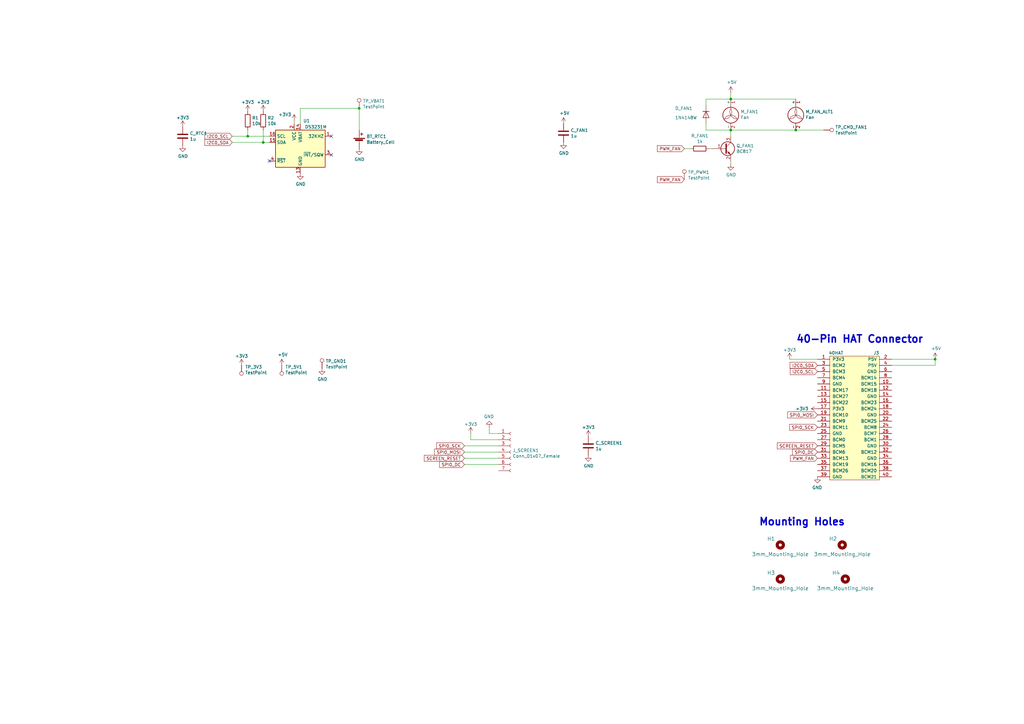
<source format=kicad_sch>
(kicad_sch (version 20211123) (generator eeschema)
  (paper "A3")
  (title_block (title "PiRogue RPi hat") (rev "v1.0 beta") (company "PiRogue Tool Suite"))
  (lib_symbols
    (symbol "Connector:Conn_01x07_Female" (pin_names (offset 1.016) hide)
      (property "Reference" "J" (at 0 10.16 0))
      (property "Value" "Connector_Conn_01x07_Female" (at 0 -10.16 0))
      (symbol "Conn_01x07_Female_1_1"
        (arc (start 0 -7.112) (mid -0.508 -7.62) (end 0 -8.128) (stroke (width 0.1524)))
        (arc (start 0 -4.572) (mid -0.508 -5.08) (end 0 -5.588) (stroke (width 0.1524)))
        (arc (start 0 -2.032) (mid -0.508 -2.54) (end 0 -3.048) (stroke (width 0.1524)))
        (polyline (pts (xy -1.27 -7.62) (xy -0.508 -7.62)) (stroke (width 0.1524)))
        (polyline (pts (xy -1.27 -5.08) (xy -0.508 -5.08)) (stroke (width 0.1524)))
        (polyline (pts (xy -1.27 -2.54) (xy -0.508 -2.54)) (stroke (width 0.1524)))
        (polyline (pts (xy -1.27 0) (xy -0.508 0)) (stroke (width 0.1524)))
        (polyline (pts (xy -1.27 2.54) (xy -0.508 2.54)) (stroke (width 0.1524)))
        (polyline (pts (xy -1.27 5.08) (xy -0.508 5.08)) (stroke (width 0.1524)))
        (polyline (pts (xy -1.27 7.62) (xy -0.508 7.62)) (stroke (width 0.1524)))
        (arc (start 0 0.508) (mid -0.508 0) (end 0 -0.508) (stroke (width 0.1524)))
        (arc (start 0 3.048) (mid -0.508 2.54) (end 0 2.032) (stroke (width 0.1524)))
        (arc (start 0 5.588) (mid -0.508 5.08) (end 0 4.572) (stroke (width 0.1524)))
        (arc (start 0 8.128) (mid -0.508 7.62) (end 0 7.112) (stroke (width 0.1524)))
        (pin passive line (at -5.08 7.62 0) (length 3.81) (name "Pin_1") (number "1"))
        (pin passive line (at -5.08 5.08 0) (length 3.81) (name "Pin_2") (number "2"))
        (pin passive line (at -5.08 2.54 0) (length 3.81) (name "Pin_3") (number "3"))
        (pin passive line (at -5.08 0 0) (length 3.81) (name "Pin_4") (number "4"))
        (pin passive line (at -5.08 -2.54 0) (length 3.81) (name "Pin_5") (number "5"))
        (pin passive line (at -5.08 -5.08 0) (length 3.81) (name "Pin_6") (number "6"))
        (pin passive line (at -5.08 -7.62 0) (length 3.81) (name "Pin_7") (number "7"))
      )
    )
    (symbol "Connector:TestPoint" (pin_numbers hide) (pin_names (offset 0.762) hide)
      (property "Reference" "TP" (at 0 6.858 0))
      (property "Value" "Connector_TestPoint" (at 0 5.08 0))
      (symbol "TestPoint_0_1"
        (circle (center 0 3.302) (radius 0.762))
      )
      (symbol "TestPoint_1_1"
        (pin passive line (at 0 0 90) (length 2.54) (name "1") (number "1"))
      )
    )
    (symbol "Device:Battery_Cell" (pin_numbers hide) (pin_names (offset 0) hide)
      (property "Reference" "BT" (at 2.54 2.54 0))
      (property "Value" "Device_Battery_Cell" (at 2.54 0 0))
      (symbol "Battery_Cell_0_1"
        (rectangle (start -2.286 1.778) (end 2.286 1.524) (fill (type outline)))
        (rectangle (start -1.5748 1.1938) (end 1.4732 0.6858) (fill (type outline)))
        (polyline (pts (xy 0 0.762) (xy 0 0)))
        (polyline (pts (xy 0 1.778) (xy 0 2.54)))
        (polyline (pts (xy 0.508 3.429) (xy 1.524 3.429)) (stroke (width 0.254)))
        (polyline (pts (xy 1.016 3.937) (xy 1.016 2.921)) (stroke (width 0.254)))
      )
      (symbol "Battery_Cell_1_1"
        (pin passive line (at 0 5.08 270) (length 2.54) (name "+") (number "1"))
        (pin passive line (at 0 -2.54 90) (length 2.54) (name "-") (number "2"))
      )
    )
    (symbol "Device:C" (pin_numbers hide) (pin_names (offset 0.254))
      (property "Reference" "C" (at 0.635 2.54 0))
      (property "Value" "Device_C" (at 0.635 -2.54 0))
      (symbol "C_0_1"
        (polyline (pts (xy -2.032 -0.762) (xy 2.032 -0.762)) (stroke (width 0.508)))
        (polyline (pts (xy -2.032 0.762) (xy 2.032 0.762)) (stroke (width 0.508)))
      )
      (symbol "C_1_1"
        (pin passive line (at 0 3.81 270) (length 2.794) (name "~") (number "1"))
        (pin passive line (at 0 -3.81 90) (length 2.794) (name "~") (number "2"))
      )
    )
    (symbol "Device:R" (pin_numbers hide) (pin_names (offset 0))
      (property "Reference" "R" (at 2.032 0 90))
      (property "Value" "Device_R" (at 0 0 90))
      (symbol "R_0_1"
        (rectangle (start -1.016 -2.54) (end 1.016 2.54) (stroke (width 0.254)))
      )
      (symbol "R_1_1"
        (pin passive line (at 0 3.81 270) (length 1.27) (name "~") (number "1"))
        (pin passive line (at 0 -3.81 90) (length 1.27) (name "~") (number "2"))
      )
    )
    (symbol "Diode:1N4148W" (pin_numbers hide) (pin_names (offset 1.016) hide)
      (property "Reference" "D" (at 0 2.54 0))
      (property "Value" "Diode_1N4148W" (at 0 -2.54 0))
      (symbol "1N4148W_0_1"
        (polyline (pts (xy -1.27 1.27) (xy -1.27 -1.27)) (stroke (width 0.254)))
        (polyline (pts (xy 1.27 0) (xy -1.27 0)))
        (polyline (pts (xy 1.27 1.27) (xy 1.27 -1.27) (xy -1.27 0) (xy 1.27 1.27)) (stroke (width 0.2032)))
      )
      (symbol "1N4148W_1_1"
        (pin passive line (at -3.81 0 0) (length 2.54) (name "K") (number "1"))
        (pin passive line (at 3.81 0 180) (length 2.54) (name "A") (number "2"))
      )
    )
    (symbol "Mechanical:MountingHole" (pin_names (offset 1.016))
      (property "Reference" "H" (at 0 5.08 0))
      (property "Value" "Mechanical_MountingHole" (at 0 3.175 0))
      (symbol "MountingHole_0_1"
        (circle (center 0 0) (radius 1.27) (stroke (width 1.27)))
      )
    )
    (symbol "Motor:Fan" (pin_names (offset 0))
      (property "Reference" "M" (at 2.54 5.08 0))
      (property "Value" "Motor_Fan" (at 2.54 -2.54 0))
      (symbol "Fan_0_1"
        (arc (start -2.54 -0.508) (mid -0.0014 0.9048) (end 0 3.81))
        (polyline (pts (xy 0 -5.08) (xy 0 -4.572)))
        (polyline (pts (xy 0 -2.2352) (xy 0 -2.6416)))
        (polyline (pts (xy 0 4.2672) (xy 0 4.6228)))
        (polyline (pts (xy 0 4.572) (xy 0 5.08)))
        (circle (center 0 1.016) (radius 3.2512) (stroke (width 0.254)))
        (arc (start 0 3.81) (mid 0.0468 0.9315) (end 2.54 -0.508))
        (arc (start 2.54 -0.508) (mid 0 1.0618) (end -2.54 -0.508))
      )
      (symbol "Fan_1_1"
        (pin passive line (at 0 7.62 270) (length 2.54) (name "+") (number "1"))
        (pin passive line (at 0 -5.08 90) (length 2.54) (name "-") (number "2"))
      )
    )
    (symbol "Timer_RTC:DS3231M"
      (property "Reference" "U" (at -7.62 8.89 0))
      (property "Value" "Timer_RTC_DS3231M" (at 10.16 8.89 0))
      (symbol "DS3231M_0_1"
        (rectangle (start -10.16 7.62) (end 10.16 -7.62) (stroke (width 0.254)) (fill (type background)))
      )
      (symbol "DS3231M_1_1"
        (pin open_collector line (at 12.7 5.08 180) (length 2.54) (name "32KHZ") (number "1"))
        (pin passive line (at 0 -10.16 90) (length 2.54) hide (name "GND") (number "10"))
        (pin passive line (at 0 -10.16 90) (length 2.54) hide (name "GND") (number "11"))
        (pin passive line (at 0 -10.16 90) (length 2.54) hide (name "GND") (number "12"))
        (pin power_in line (at 0 -10.16 90) (length 2.54) (name "GND") (number "13"))
        (pin power_in line (at 0 10.16 270) (length 2.54) (name "VBAT") (number "14"))
        (pin bidirectional line (at -12.7 2.54 0) (length 2.54) (name "SDA") (number "15"))
        (pin input line (at -12.7 5.08 0) (length 2.54) (name "SCL") (number "16"))
        (pin power_in line (at -2.54 10.16 270) (length 2.54) (name "VCC") (number "2"))
        (pin open_collector line (at 12.7 -2.54 180) (length 2.54) (name "~{INT}/SQW") (number "3"))
        (pin bidirectional line (at -12.7 -5.08 0) (length 2.54) (name "~{RST}") (number "4"))
        (pin passive line (at 0 -10.16 90) (length 2.54) hide (name "GND") (number "5"))
        (pin passive line (at 0 -10.16 90) (length 2.54) hide (name "GND") (number "6"))
        (pin passive line (at 0 -10.16 90) (length 2.54) hide (name "GND") (number "7"))
        (pin passive line (at 0 -10.16 90) (length 2.54) hide (name "GND") (number "8"))
        (pin passive line (at 0 -10.16 90) (length 2.54) hide (name "GND") (number "9"))
      )
    )
    (symbol "Transistor_BJT:BC817" (pin_names (offset 0) hide)
      (property "Reference" "Q" (at 5.08 1.905 0))
      (property "Value" "Transistor_BJT_BC817" (at 5.08 0 0))
      (symbol "BC817_0_1"
        (polyline (pts (xy 0.635 0.635) (xy 2.54 2.54)))
        (polyline (pts (xy 0.635 -0.635) (xy 2.54 -2.54) (xy 2.54 -2.54)))
        (polyline (pts (xy 0.635 1.905) (xy 0.635 -1.905) (xy 0.635 -1.905)) (stroke (width 0.508)))
        (polyline (pts (xy 1.27 -1.778) (xy 1.778 -1.27) (xy 2.286 -2.286) (xy 1.27 -1.778) (xy 1.27 -1.778)) (fill (type outline)))
        (circle (center 1.27 0) (radius 2.8194) (stroke (width 0.254)))
      )
      (symbol "BC817_1_1"
        (pin input line (at -5.08 0 0) (length 5.715) (name "B") (number "1"))
        (pin passive line (at 2.54 -5.08 90) (length 2.54) (name "E") (number "2"))
        (pin passive line (at 2.54 5.08 270) (length 2.54) (name "C") (number "3"))
      )
    )
    (symbol "power:+3.3V" (power) (pin_names (offset 0))
      (property "Value" "power_+3.3V" (at 0 3.556 0))
      (symbol "+3.3V_0_1"
        (polyline (pts (xy -0.762 1.27) (xy 0 2.54)))
        (polyline (pts (xy 0 0) (xy 0 2.54)))
        (polyline (pts (xy 0 2.54) (xy 0.762 1.27)))
      )
      (symbol "+3.3V_1_1"
        (pin power_in line (at 0 0 90) (length 0) hide (name "+3V3") (number "1"))
      )
    )
    (symbol "power:+5V" (power) (pin_names (offset 0))
      (property "Value" "power_+5V" (at 0 3.556 0))
      (symbol "+5V_0_1"
        (polyline (pts (xy -0.762 1.27) (xy 0 2.54)))
        (polyline (pts (xy 0 0) (xy 0 2.54)))
        (polyline (pts (xy 0 2.54) (xy 0.762 1.27)))
      )
      (symbol "+5V_1_1"
        (pin power_in line (at 0 0 90) (length 0) hide (name "+5V") (number "1"))
      )
    )
    (symbol "power:GND" (power) (pin_names (offset 0))
      (property "Value" "power_GND" (at 0 -3.81 0))
      (symbol "GND_0_1"
        (polyline (pts (xy 0 0) (xy 0 -1.27) (xy 1.27 -1.27) (xy 0 -2.54) (xy -1.27 -1.27) (xy 0 -1.27)))
      )
      (symbol "GND_1_1"
        (pin power_in line (at 0 0 270) (length 0) hide (name "GND") (number "1"))
      )
    )
    (symbol "raspberrypi_hat:OX40HAT" (pin_names (offset 1.016))
      (property "Reference" "J" (at 8.89 2.54 0))
      (property "Value" "OX40HAT" (at -7.62 2.54 0))
      (symbol "OX40HAT_0_1"
        (rectangle (start -10.16 1.27) (end 10.16 -49.53) (fill (type background)))
      )
      (symbol "OX40HAT_1_1"
        (pin bidirectional line (at -15.24 0 0) (length 5.08) (name "P3V3") (number "1"))
        (pin bidirectional line (at 15.24 -10.16 180) (length 5.08) (name "BCM15") (number "10"))
        (pin bidirectional line (at -15.24 -12.7 0) (length 5.08) (name "BCM17") (number "11"))
        (pin bidirectional line (at 15.24 -12.7 180) (length 5.08) (name "BCM18") (number "12"))
        (pin bidirectional line (at -15.24 -15.24 0) (length 5.08) (name "BCM27") (number "13"))
        (pin bidirectional line (at 15.24 -15.24 180) (length 5.08) (name "GND") (number "14"))
        (pin bidirectional line (at -15.24 -17.78 0) (length 5.08) (name "BCM22") (number "15"))
        (pin bidirectional line (at 15.24 -17.78 180) (length 5.08) (name "BCM23") (number "16"))
        (pin bidirectional line (at -15.24 -20.32 0) (length 5.08) (name "P3V3") (number "17"))
        (pin bidirectional line (at 15.24 -20.32 180) (length 5.08) (name "BCM24") (number "18"))
        (pin bidirectional line (at -15.24 -22.86 0) (length 5.08) (name "BCM10") (number "19"))
        (pin bidirectional line (at 15.24 0 180) (length 5.08) (name "P5V") (number "2"))
        (pin bidirectional line (at 15.24 -22.86 180) (length 5.08) (name "GND") (number "20"))
        (pin bidirectional line (at -15.24 -25.4 0) (length 5.08) (name "BCM9") (number "21"))
        (pin bidirectional line (at 15.24 -25.4 180) (length 5.08) (name "BCM25") (number "22"))
        (pin bidirectional line (at -15.24 -27.94 0) (length 5.08) (name "BCM11") (number "23"))
        (pin bidirectional line (at 15.24 -27.94 180) (length 5.08) (name "BCM8") (number "24"))
        (pin bidirectional line (at -15.24 -30.48 0) (length 5.08) (name "GND") (number "25"))
        (pin bidirectional line (at 15.24 -30.48 180) (length 5.08) (name "BCM7") (number "26"))
        (pin bidirectional line (at -15.24 -33.02 0) (length 5.08) (name "BCM0") (number "27"))
        (pin bidirectional line (at 15.24 -33.02 180) (length 5.08) (name "BCM1") (number "28"))
        (pin bidirectional line (at -15.24 -35.56 0) (length 5.08) (name "BCM5") (number "29"))
        (pin bidirectional line (at -15.24 -2.54 0) (length 5.08) (name "BCM2") (number "3"))
        (pin bidirectional line (at 15.24 -35.56 180) (length 5.08) (name "GND") (number "30"))
        (pin bidirectional line (at -15.24 -38.1 0) (length 5.08) (name "BCM6") (number "31"))
        (pin bidirectional line (at 15.24 -38.1 180) (length 5.08) (name "BCM12") (number "32"))
        (pin bidirectional line (at -15.24 -40.64 0) (length 5.08) (name "BCM13") (number "33"))
        (pin bidirectional line (at 15.24 -40.64 180) (length 5.08) (name "GND") (number "34"))
        (pin bidirectional line (at -15.24 -43.18 0) (length 5.08) (name "BCM19") (number "35"))
        (pin bidirectional line (at 15.24 -43.18 180) (length 5.08) (name "BCM16") (number "36"))
        (pin bidirectional line (at -15.24 -45.72 0) (length 5.08) (name "BCM26") (number "37"))
        (pin bidirectional line (at 15.24 -45.72 180) (length 5.08) (name "BCM20") (number "38"))
        (pin bidirectional line (at -15.24 -48.26 0) (length 5.08) (name "GND") (number "39"))
        (pin bidirectional line (at 15.24 -2.54 180) (length 5.08) (name "P5V") (number "4"))
        (pin bidirectional line (at 15.24 -48.26 180) (length 5.08) (name "BCM21") (number "40"))
        (pin bidirectional line (at -15.24 -5.08 0) (length 5.08) (name "BCM3") (number "5"))
        (pin bidirectional line (at 15.24 -5.08 180) (length 5.08) (name "GND") (number "6"))
        (pin bidirectional line (at -15.24 -7.62 0) (length 5.08) (name "BCM4") (number "7"))
        (pin bidirectional line (at 15.24 -7.62 180) (length 5.08) (name "BCM14") (number "8"))
        (pin bidirectional line (at -15.24 -10.16 0) (length 5.08) (name "GND") (number "9"))
      )
    )
  )
  (junction (at 299.72 53.34))
  (junction (at 101.6 55.88))
  (junction (at 107.95 58.42))
  (junction (at 383.54 147.32))
  (junction (at 299.72 40.64))
  (junction (at 147.32 44.45))
  (junction (at 326.39 53.34))
  (no_connect (at 135.89 63.5))
  (no_connect (at 110.49 66.04))
  (no_connect (at 135.89 55.88))
  (wire (pts (xy 123.19 44.45) (xy 123.19 50.8)))
  (wire (pts (xy 193.04 177.8) (xy 193.04 180.34)))
  (wire (pts (xy 190.5 182.88) (xy 204.47 182.88)))
  (wire (pts (xy 289.56 40.64) (xy 289.56 43.18)))
  (wire (pts (xy 123.19 44.45) (xy 147.32 44.45)))
  (wire (pts (xy 190.5 185.42) (xy 204.47 185.42)))
  (wire (pts (xy 299.72 53.34) (xy 299.72 55.88)))
  (wire (pts (xy 335.28 147.32) (xy 323.85 147.32)))
  (wire (pts (xy 290.83 60.96) (xy 292.1 60.96)))
  (wire (pts (xy 101.6 53.34) (xy 101.6 55.88)))
  (wire (pts (xy 299.72 40.64) (xy 289.56 40.64)))
  (wire (pts (xy 280.67 60.96) (xy 283.21 60.96)))
  (wire (pts (xy 147.32 44.45) (xy 147.32 53.34)))
  (wire (pts (xy 101.6 55.88) (xy 95.25 55.88)))
  (wire (pts (xy 110.49 55.88) (xy 101.6 55.88)))
  (wire (pts (xy 299.72 40.64) (xy 326.39 40.64)))
  (wire (pts (xy 383.54 149.86) (xy 383.54 147.32)))
  (wire (pts (xy 193.04 180.34) (xy 204.47 180.34)))
  (wire (pts (xy 200.66 177.8) (xy 204.47 177.8)))
  (wire (pts (xy 299.72 38.1) (xy 299.72 40.64)))
  (wire (pts (xy 289.56 50.8) (xy 289.56 53.34)))
  (wire (pts (xy 326.39 53.34) (xy 337.82 53.34)))
  (wire (pts (xy 299.72 67.31) (xy 299.72 66.04)))
  (wire (pts (xy 120.65 50.8) (xy 120.65 49.53)))
  (wire (pts (xy 107.95 58.42) (xy 95.25 58.42)))
  (wire (pts (xy 107.95 53.34) (xy 107.95 58.42)))
  (wire (pts (xy 190.5 190.5) (xy 204.47 190.5)))
  (wire (pts (xy 190.5 187.96) (xy 204.47 187.96)))
  (wire (pts (xy 200.66 175.26) (xy 200.66 177.8)))
  (wire (pts (xy 110.49 58.42) (xy 107.95 58.42)))
  (wire (pts (xy 299.72 53.34) (xy 326.39 53.34)))
  (wire (pts (xy 365.76 147.32) (xy 383.54 147.32)))
  (wire (pts (xy 289.56 53.34) (xy 299.72 53.34)))
  (wire (pts (xy 365.76 149.86) (xy 383.54 149.86)))
  (text "40-Pin HAT Connector" (at 326.39 140.97 0) (effects (font (size 2.9972 2.9972) (thickness 0.5994) bold) (justify left bottom)))
  (text "Mounting Holes" (at 311.15 215.9 0) (effects (font (size 2.9972 2.9972) (thickness 0.5994) bold) (justify left bottom)))
  (global_label "SCREEN_RESET" (shape input) (at 190.5 187.96 180) (property "Références Inter-Feuilles" "${INTERSHEET_REFS}" (effects hide)))
  (global_label "SPI0_DC" (shape input) (at 190.5 190.5 180) (property "Références Inter-Feuilles" "${INTERSHEET_REFS}" (effects hide)))
  (global_label "PWM_FAN" (shape input) (at 335.28 187.96 180) (property "Références Inter-Feuilles" "${INTERSHEET_REFS}" (effects hide)))
  (global_label "I2C0_SCL" (shape input) (at 335.28 152.4 180) (property "Références Inter-Feuilles" "${INTERSHEET_REFS}" (effects hide)))
  (global_label "SPI0_SCK" (shape input) (at 335.28 175.26 180) (property "Références Inter-Feuilles" "${INTERSHEET_REFS}" (effects hide)))
  (global_label "SPI0_MOSI" (shape input) (at 190.5 185.42 180) (property "Références Inter-Feuilles" "${INTERSHEET_REFS}" (effects hide)))
  (global_label "I2C0_SDA" (shape input) (at 95.25 58.42 180) (property "Références Inter-Feuilles" "${INTERSHEET_REFS}" (effects hide)))
  (global_label "SPI0_SCK" (shape input) (at 190.5 182.88 180) (property "Références Inter-Feuilles" "${INTERSHEET_REFS}" (effects hide)))
  (global_label "SCREEN_RESET" (shape input) (at 335.28 182.88 180) (property "Références Inter-Feuilles" "${INTERSHEET_REFS}" (effects hide)))
  (global_label "I2C0_SCL" (shape input) (at 95.25 55.88 180) (property "Références Inter-Feuilles" "${INTERSHEET_REFS}" (effects hide)))
  (global_label "PWM_FAN" (shape input) (at 280.67 73.66 180) (property "Références Inter-Feuilles" "${INTERSHEET_REFS}" (effects hide)))
  (global_label "I2C0_SDA" (shape input) (at 335.28 149.86 180) (property "Références Inter-Feuilles" "${INTERSHEET_REFS}" (effects hide)))
  (global_label "SPI0_DC" (shape input) (at 335.28 185.42 180) (property "Références Inter-Feuilles" "${INTERSHEET_REFS}" (effects hide)))
  (global_label "SPI0_MOSI" (shape input) (at 335.28 170.18 180) (property "Références Inter-Feuilles" "${INTERSHEET_REFS}" (effects hide)))
  (global_label "PWM_FAN" (shape input) (at 280.67 60.96 180) (property "Références Inter-Feuilles" "${INTERSHEET_REFS}" (effects hide)))
  (symbol (lib_id "Mechanical:MountingHole") (at 320.04 223.52 0) (unit 1)
    (property "Reference" "H1" (at 316.23 220.98 0) (effects (font (size 1.524 1.524))))
    (property "Value" "3mm_Mounting_Hole" (at 320.04 227.33 0) (effects (font (size 1.524 1.524))))
    (property "Footprint" "MountingHole:MountingHole_3.2mm_M3_Pad" (effects hide))
  )
  (symbol (lib_id "Mechanical:MountingHole") (at 345.44 223.52 0) (unit 1)
    (property "Reference" "H2" (at 341.63 220.98 0) (effects (font (size 1.524 1.524))))
    (property "Value" "3mm_Mounting_Hole" (at 345.44 227.33 0) (effects (font (size 1.524 1.524))))
    (property "Footprint" "MountingHole:MountingHole_3.2mm_M3_Pad" (effects hide))
  )
  (symbol (lib_id "Mechanical:MountingHole") (at 320.04 237.49 0) (unit 1)
    (property "Reference" "H3" (at 316.23 234.95 0) (effects (font (size 1.524 1.524))))
    (property "Value" "3mm_Mounting_Hole" (at 320.04 241.3 0) (effects (font (size 1.524 1.524))))
    (property "Footprint" "MountingHole:MountingHole_3.2mm_M3_Pad" (effects hide))
  )
  (symbol (lib_id "Mechanical:MountingHole") (at 346.71 237.49 0) (unit 1)
    (property "Reference" "H4" (at 342.9 234.95 0) (effects (font (size 1.524 1.524))))
    (property "Value" "3mm_Mounting_Hole" (at 346.71 241.3 0) (effects (font (size 1.524 1.524))))
    (property "Footprint" "MountingHole:MountingHole_3.2mm_M3_Pad" (effects hide))
  )
  (symbol (lib_id "raspberrypi_hat:OX40HAT") (at 350.52 147.32 0) (unit 1)
    (property "Reference" "J3" (at 359.41 144.78 0))
    (property "Value" "40HAT" (at 342.9 144.78 0))
    (property "Footprint" "Connector_PinSocket_2.54mm:PinSocket_2x20_P2.54mm_Vertical" (effects hide))
  )
  (symbol (lib_id "Device:Battery_Cell") (at 147.32 58.42 0) (unit 1)
    (property "Reference" "BT_RTC1" (at 150.3172 55.9816 0) (effects (justify left)))
    (property "Value" "Battery_Cell" (at 150.3172 58.293 0) (effects (justify left)))
    (property "Footprint" "pirogue_hat:Mikroteck-CR1220" (effects hide))
  )
  (symbol (lib_id "power:GND") (at 147.32 60.96 0) (unit 1)
    (property "Reference" "#PWR0101" (effects hide))
    (property "Value" "GND" (at 147.447 65.3542 0))
  )
  (symbol (lib_id "power:GND") (at 123.19 71.12 0) (unit 1)
    (property "Reference" "#PWR0102" (effects hide))
    (property "Value" "GND" (at 123.317 75.5142 0))
  )
  (symbol (lib_id "Timer_RTC:DS3231M") (at 123.19 60.96 0) (unit 1)
    (property "Reference" "U1" (at 125.73 49.53 0))
    (property "Value" "DS3231M" (at 129.54 52.07 0))
    (property "Footprint" "Package_SO:SOIC-16W_7.5x10.3mm_P1.27mm" (effects hide))
    (property "Datasheet" "http://datasheets.maximintegrated.com/en/ds/DS3231.pdf" (effects hide))
  )
  (symbol (lib_id "Device:R") (at 107.95 49.53 0) (unit 1)
    (property "Reference" "R2" (at 109.728 48.3616 0) (effects (justify left)))
    (property "Value" "10k" (at 109.728 50.673 0) (effects (justify left)))
    (property "Footprint" "Resistor_SMD:R_0805_2012Metric_Pad1.15x1.40mm_HandSolder" (effects hide))
  )
  (symbol (lib_id "Device:R") (at 101.6 49.53 0) (unit 1)
    (property "Reference" "R1" (at 103.378 48.3616 0) (effects (justify left)))
    (property "Value" "10k" (at 103.378 50.673 0) (effects (justify left)))
    (property "Footprint" "Resistor_SMD:R_0805_2012Metric_Pad1.15x1.40mm_HandSolder" (effects hide))
  )
  (symbol (lib_id "power:+3.3V") (at 107.95 45.72 0) (unit 1)
    (property "Reference" "#PWR0107" (effects hide))
    (property "Value" "+3.3V" (at 107.95 41.91 0))
  )
  (symbol (lib_id "power:+3.3V") (at 101.6 45.72 0) (unit 1)
    (property "Reference" "#PWR0108" (effects hide))
    (property "Value" "+3.3V" (at 101.6 41.91 0))
  )
  (symbol (lib_id "Device:C") (at 74.93 55.88 0) (unit 1)
    (property "Reference" "C_RTC1" (at 77.851 54.7116 0) (effects (justify left)))
    (property "Value" "1u" (at 77.851 57.023 0) (effects (justify left)))
    (property "Footprint" "Capacitor_SMD:C_0805_2012Metric_Pad1.15x1.40mm_HandSolder" (effects hide))
  )
  (symbol (lib_id "power:+3.3V") (at 120.65 49.53 0) (unit 1)
    (property "Reference" "#PWR0106" (effects hide))
    (property "Value" "+3.3V" (at 116.84 46.99 0))
  )
  (symbol (lib_id "power:+3.3V") (at 74.93 52.07 0) (unit 1)
    (property "Reference" "#PWR0109" (effects hide))
    (property "Value" "+3.3V" (at 74.93 48.26 0))
  )
  (symbol (lib_id "power:GND") (at 74.93 59.69 0) (unit 1)
    (property "Reference" "#PWR0110" (effects hide))
    (property "Value" "GND" (at 75.057 64.0842 0))
  )
  (symbol (lib_id "Motor:Fan") (at 299.72 48.26 0) (unit 1)
    (property "Reference" "M_FAN1" (at 303.7332 45.8216 0) (effects (justify left)))
    (property "Value" "Fan" (at 303.7332 48.133 0) (effects (justify left)))
    (property "Footprint" "Connector_PinHeader_2.54mm:PinHeader_1x02_P2.54mm_Vertical" (effects hide))
  )
  (symbol (lib_id "power:+5V") (at 299.72 38.1 0) (unit 1)
    (property "Reference" "#PWR0111" (effects hide))
    (property "Value" "+5V" (at 300.101 33.7058 0))
  )
  (symbol (lib_id "Diode:1N4148W") (at 289.56 46.99 270) (unit 1)
    (property "Reference" "D_FAN1" (at 276.86 44.45 90) (effects (justify left)))
    (property "Value" "1N4148W" (at 276.86 48.26 90) (effects (justify left)))
    (property "Footprint" "Diode_SMD:D_SOD-123" (effects hide))
    (property "Datasheet" "https://www.vishay.com/docs/85748/1n4148w.pdf" (effects hide))
  )
  (symbol (lib_id "Transistor_BJT:BC817") (at 297.18 60.96 0) (unit 1)
    (property "Reference" "Q_FAN1" (at 302.006 59.7916 0) (effects (justify left)))
    (property "Value" "BC817" (at 302.006 62.103 0) (effects (justify left)))
    (property "Footprint" "Package_TO_SOT_SMD:SOT-23" (effects hide))
    (property "Datasheet" "http://www.fairchildsemi.com/ds/BC/BC817.pdf" (effects hide))
  )
  (symbol (lib_id "Device:R") (at 287.02 60.96 270) (unit 1)
    (property "Reference" "R_FAN1" (at 287.02 55.7022 90))
    (property "Value" "1k" (at 287.02 58.0136 90))
    (property "Footprint" "Resistor_SMD:R_0805_2012Metric_Pad1.15x1.40mm_HandSolder" (effects hide))
  )
  (symbol (lib_id "power:GND") (at 299.72 67.31 0) (unit 1)
    (property "Reference" "#PWR0112" (effects hide))
    (property "Value" "GND" (at 299.847 71.7042 0))
  )
  (symbol (lib_id "power:+3.3V") (at 193.04 177.8 0) (unit 1)
    (property "Reference" "#PWR0113" (effects hide))
    (property "Value" "+3.3V" (at 193.04 173.99 0))
  )
  (symbol (lib_id "power:GND") (at 200.66 175.26 180) (unit 1)
    (property "Reference" "#PWR0114" (effects hide))
    (property "Value" "GND" (at 200.533 170.8658 0))
  )
  (symbol (lib_id "Connector:Conn_01x07_Female") (at 209.55 185.42 0) (unit 1)
    (property "Reference" "J_SCREEN1" (at 210.2612 184.7596 0) (effects (justify left)))
    (property "Value" "Conn_01x07_Female" (at 210.2612 187.071 0) (effects (justify left)))
    (property "Footprint" "Connector_PinHeader_2.54mm:PinHeader_1x07_P2.54mm_Vertical" (effects hide))
  )
  (symbol (lib_id "Device:C") (at 241.3 182.88 0) (unit 1)
    (property "Reference" "C_SCREEN1" (at 244.221 181.7116 0) (effects (justify left)))
    (property "Value" "1u" (at 244.221 184.023 0) (effects (justify left)))
    (property "Footprint" "Capacitor_SMD:C_0805_2012Metric_Pad1.15x1.40mm_HandSolder" (effects hide))
  )
  (symbol (lib_id "power:GND") (at 241.3 186.69 0) (unit 1)
    (property "Reference" "#PWR0115" (effects hide))
    (property "Value" "GND" (at 241.427 191.0842 0))
  )
  (symbol (lib_id "power:+3.3V") (at 241.3 179.07 0) (unit 1)
    (property "Reference" "#PWR0116" (effects hide))
    (property "Value" "+3.3V" (at 241.3 175.26 0))
  )
  (symbol (lib_id "power:+3.3V") (at 323.85 147.32 0) (unit 1)
    (property "Reference" "#PWR0117" (effects hide))
    (property "Value" "+3.3V" (at 323.85 143.51 0))
  )
  (symbol (lib_id "power:+5V") (at 383.54 147.32 0) (unit 1)
    (property "Reference" "#PWR0119" (effects hide))
    (property "Value" "+5V" (at 383.921 142.9258 0))
  )
  (symbol (lib_id "power:+3.3V") (at 335.28 167.64 90) (unit 1)
    (property "Reference" "#PWR0120" (effects hide))
    (property "Value" "+3.3V" (at 328.93 167.64 90))
  )
  (symbol (lib_id "power:GND") (at 335.28 195.58 0) (mirror y) (unit 1)
    (property "Reference" "#PWR0121" (effects hide))
    (property "Value" "GND" (at 335.153 199.9742 0))
  )
  (symbol (lib_id "Connector:TestPoint") (at 280.67 73.66 0) (unit 1)
    (property "Reference" "TP_PWM1" (at 282.1432 70.6628 0) (effects (justify left)))
    (property "Value" "TestPoint" (at 282.1432 72.9742 0) (effects (justify left)))
    (property "Footprint" "TestPoint:TestPoint_Pad_D2.0mm" (effects hide))
  )
  (symbol (lib_id "Connector:TestPoint") (at 132.08 151.13 0) (unit 1)
    (property "Reference" "TP_GND1" (at 133.5532 148.1328 0) (effects (justify left)))
    (property "Value" "TestPoint" (at 133.5532 150.4442 0) (effects (justify left)))
    (property "Footprint" "TestPoint:TestPoint_Pad_D2.0mm" (effects hide))
  )
  (symbol (lib_id "Connector:TestPoint") (at 337.82 53.34 270) (unit 1)
    (property "Reference" "TP_CMD_FAN1" (at 342.5952 52.1716 90) (effects (justify left)))
    (property "Value" "TestPoint" (at 342.5952 54.483 90) (effects (justify left)))
    (property "Footprint" "TestPoint:TestPoint_Pad_D2.0mm" (effects hide))
  )
  (symbol (lib_id "Connector:TestPoint") (at 147.32 44.45 0) (unit 1)
    (property "Reference" "TP_VBAT1" (at 148.7932 41.4528 0) (effects (justify left)))
    (property "Value" "TestPoint" (at 148.7932 43.7642 0) (effects (justify left)))
    (property "Footprint" "TestPoint:TestPoint_Pad_D2.0mm" (effects hide))
  )
  (symbol (lib_id "Connector:TestPoint") (at 99.06 149.86 180) (unit 1)
    (property "Reference" "TP_3V3" (at 100.5332 150.5204 0) (effects (justify right)))
    (property "Value" "TestPoint" (at 100.5332 152.8318 0) (effects (justify right)))
    (property "Footprint" "TestPoint:TestPoint_Pad_D2.0mm" (effects hide))
  )
  (symbol (lib_id "Connector:TestPoint") (at 115.57 149.86 180) (unit 1)
    (property "Reference" "TP_5V1" (at 117.0432 150.5204 0) (effects (justify right)))
    (property "Value" "TestPoint" (at 117.0432 152.8318 0) (effects (justify right)))
    (property "Footprint" "TestPoint:TestPoint_Pad_D2.0mm" (effects hide))
  )
  (symbol (lib_id "power:+3.3V") (at 99.06 149.86 0) (unit 1)
    (property "Reference" "#PWR0103" (effects hide))
    (property "Value" "+3.3V" (at 99.06 146.05 0))
  )
  (symbol (lib_id "power:GND") (at 132.08 151.13 0) (unit 1)
    (property "Reference" "#PWR0104" (effects hide))
    (property "Value" "GND" (at 132.207 155.5242 0))
  )
  (symbol (lib_id "power:+5V") (at 115.57 149.86 0) (unit 1)
    (property "Reference" "#PWR0105" (effects hide))
    (property "Value" "+5V" (at 115.951 145.4658 0))
  )
  (symbol (lib_id "Device:C") (at 231.14 54.61 0) (unit 1)
    (property "Reference" "C_FAN1" (at 234.061 53.4416 0) (effects (justify left)))
    (property "Value" "1u" (at 234.061 55.753 0) (effects (justify left)))
    (property "Footprint" "Capacitor_SMD:C_0805_2012Metric_Pad1.15x1.40mm_HandSolder" (effects hide))
  )
  (symbol (lib_id "power:GND") (at 231.14 58.42 0) (unit 1)
    (property "Reference" "#PWR0118" (effects hide))
    (property "Value" "GND" (at 231.267 62.8142 0))
  )
  (symbol (lib_id "power:+5V") (at 231.14 50.8 0) (unit 1)
    (property "Reference" "#PWR0122" (effects hide))
    (property "Value" "+5V" (at 231.521 46.4058 0))
  )
  (symbol (lib_id "Motor:Fan") (at 326.39 48.26 0) (unit 1)
    (property "Reference" "M_FAN_ALT1" (at 330.4032 45.8216 0) (effects (justify left)))
    (property "Value" "Fan" (at 330.4032 48.133 0) (effects (justify left)))
    (property "Footprint" "Connector_PinHeader_2.54mm:PinHeader_1x02_P2.54mm_Vertical" (effects hide))
  )
)
</source>
